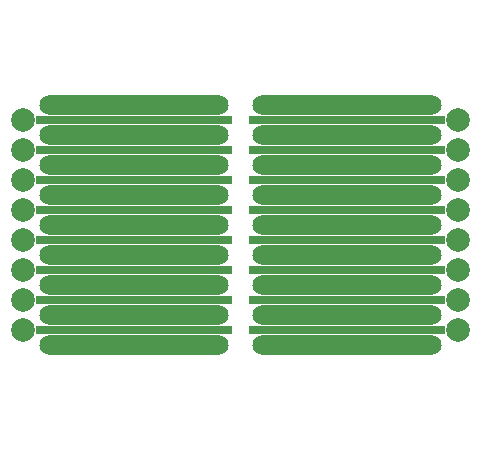
<source format=gbs>
G04*
G04 #@! TF.GenerationSoftware,Altium Limited,Altium Designer,19.0.14 (431)*
G04*
G04 Layer_Color=16711935*
%FSLAX25Y25*%
%MOIN*%
G70*
G01*
G75*
%ADD11C,0.07906*%
G04:AMPARAMS|DCode=12|XSize=630.24mil|YSize=67.24mil|CornerRadius=33.62mil|HoleSize=0mil|Usage=FLASHONLY|Rotation=0.000|XOffset=0mil|YOffset=0mil|HoleType=Round|Shape=RoundedRectangle|*
%AMROUNDEDRECTD12*
21,1,0.63024,0.00000,0,0,0.0*
21,1,0.56299,0.06724,0,0,0.0*
1,1,0.06724,0.28150,0.00000*
1,1,0.06724,-0.28150,0.00000*
1,1,0.06724,-0.28150,0.00000*
1,1,0.06724,0.28150,0.00000*
%
%ADD12ROUNDEDRECTD12*%
%ADD17R,0.65354X0.03150*%
D11*
X150000Y12500D02*
D03*
Y22500D02*
D03*
Y32500D02*
D03*
Y42500D02*
D03*
Y52500D02*
D03*
Y62500D02*
D03*
Y72500D02*
D03*
Y82500D02*
D03*
X5000Y12500D02*
D03*
Y22500D02*
D03*
Y32500D02*
D03*
X5004Y42500D02*
D03*
X5000Y52500D02*
D03*
X5004Y62500D02*
D03*
X5000Y72500D02*
D03*
Y82500D02*
D03*
D12*
X42000Y77500D02*
D03*
Y87500D02*
D03*
Y67500D02*
D03*
Y57500D02*
D03*
Y47500D02*
D03*
Y37500D02*
D03*
Y27500D02*
D03*
Y17500D02*
D03*
Y7500D02*
D03*
X113000D02*
D03*
Y17500D02*
D03*
Y27500D02*
D03*
Y37500D02*
D03*
Y47500D02*
D03*
Y57500D02*
D03*
Y67500D02*
D03*
Y87500D02*
D03*
Y77500D02*
D03*
D17*
X42000Y82500D02*
D03*
Y72500D02*
D03*
Y62500D02*
D03*
Y52500D02*
D03*
Y42500D02*
D03*
Y32500D02*
D03*
Y22500D02*
D03*
Y12500D02*
D03*
X113000D02*
D03*
Y22500D02*
D03*
Y32500D02*
D03*
Y42500D02*
D03*
Y52500D02*
D03*
Y62500D02*
D03*
Y72500D02*
D03*
Y82500D02*
D03*
M02*

</source>
